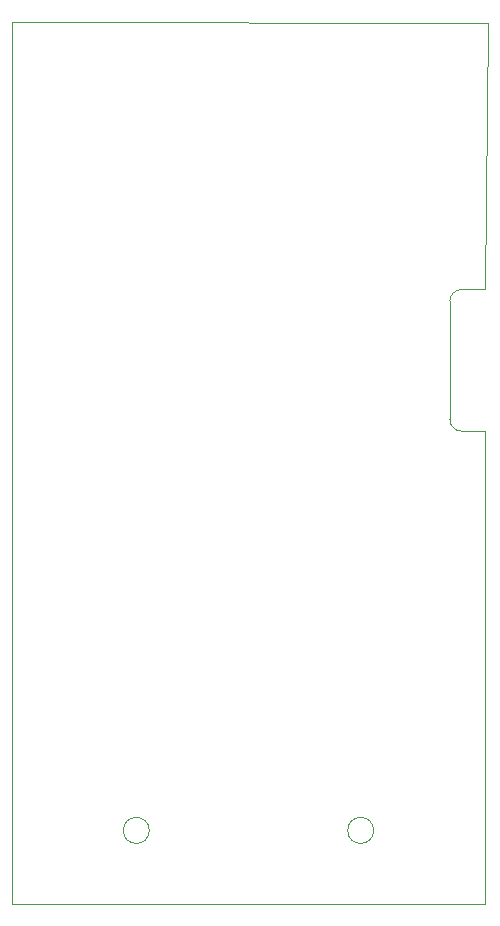
<source format=gbr>
%TF.GenerationSoftware,KiCad,Pcbnew,8.0.8-unknown-202501290020~8b811aa383~ubuntu24.04.1*%
%TF.CreationDate,2025-02-10T17:26:24-05:00*%
%TF.ProjectId,deleteme,64656c65-7465-46d6-952e-6b696361645f,rev?*%
%TF.SameCoordinates,Original*%
%TF.FileFunction,Profile,NP*%
%FSLAX46Y46*%
G04 Gerber Fmt 4.6, Leading zero omitted, Abs format (unit mm)*
G04 Created by KiCad (PCBNEW 8.0.8-unknown-202501290020~8b811aa383~ubuntu24.04.1) date 2025-02-10 17:26:24*
%MOMM*%
%LPD*%
G01*
G04 APERTURE LIST*
%TA.AperFunction,Profile*%
%ADD10C,0.050000*%
%TD*%
G04 APERTURE END LIST*
D10*
X159140000Y-132376409D02*
G75*
G02*
X156940000Y-132376409I-1100000J0D01*
G01*
X156940000Y-132376409D02*
G75*
G02*
X159140000Y-132376409I1100000J0D01*
G01*
X168540000Y-86576409D02*
X166590000Y-86576409D01*
X168540000Y-98576409D02*
X166590000Y-98576409D01*
X140140000Y-132376409D02*
G75*
G02*
X137940000Y-132376409I-1100000J0D01*
G01*
X137940000Y-132376409D02*
G75*
G02*
X140140000Y-132376409I1100000J0D01*
G01*
X128540000Y-113586409D02*
X128540000Y-64951409D01*
X165590000Y-87576409D02*
G75*
G02*
X166590000Y-86576409I999999J1D01*
G01*
X128540000Y-138576409D02*
X128540000Y-113586409D01*
X168540000Y-98576409D02*
X168540000Y-138576409D01*
X165590000Y-87576409D02*
X165590000Y-97576409D01*
X166590000Y-98576409D02*
G75*
G02*
X165590001Y-97576409I0J999999D01*
G01*
X128540000Y-63951409D02*
X168840000Y-63976409D01*
X168840000Y-63976409D02*
X168540000Y-86576409D01*
X128540000Y-64951409D02*
X128540000Y-63951409D01*
X168540000Y-138576409D02*
X128540000Y-138576409D01*
M02*

</source>
